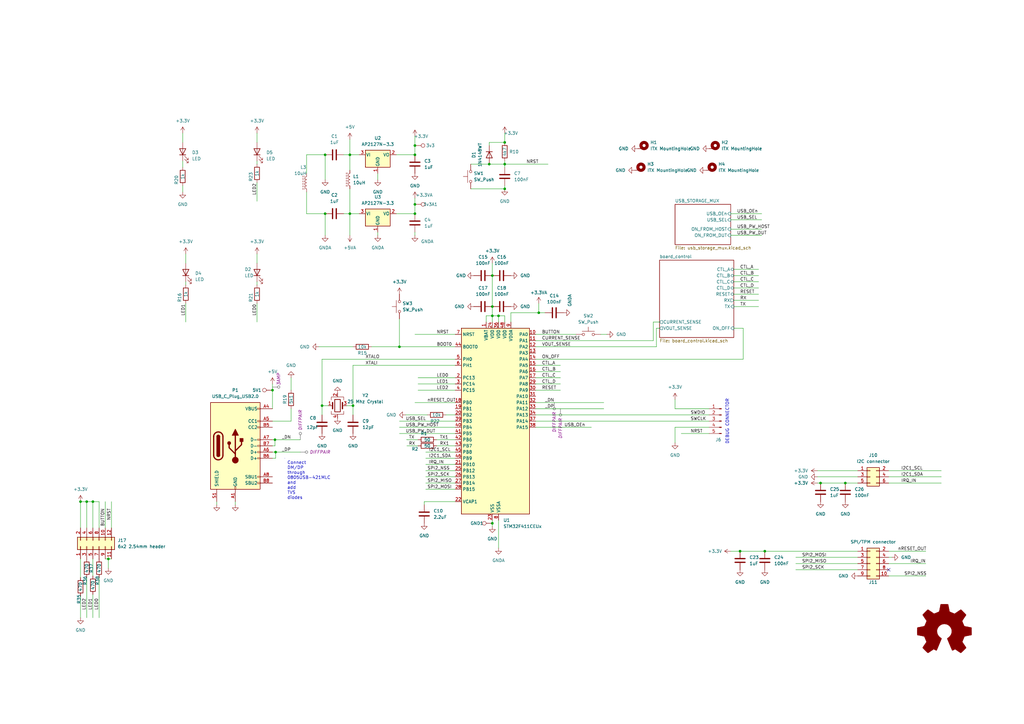
<source format=kicad_sch>
(kicad_sch (version 20230121) (generator eeschema)
  (paper "A3")
  (title_block (title "Jumpstart controller") (date "2023-06-13") (rev "1.0.0") (company "Red Hat Inc.") (comment 1 "Emerging Technologies") (comment 3 "helps perform CI on Embedded Systems") (comment 4 "This is board is part of the JumpStart project"))
  (junction (at 170.18 59.69))
  (junction (at 170.18 63.5))
  (junction (at 201.93 113.03))
  (junction (at 163.83 142.24))
  (junction (at 111.76 160.02))
  (junction (at 207.01 77.47))
  (junction (at 113.03 185.42))
  (junction (at 336.55 198.12))
  (junction (at 170.18 83.82))
  (junction (at 220.98 128.27))
  (junction (at 44.45 229.235))
  (junction (at 207.01 67.31))
  (junction (at 201.93 214.63))
  (junction (at 112.776 180.34))
  (junction (at 207.01 58.42))
  (junction (at 201.93 129.54))
  (junction (at 133.35 87.63))
  (junction (at 35.56 205.74))
  (junction (at 170.18 87.63))
  (junction (at 200.66 67.31))
  (junction (at 201.93 125.73))
  (junction (at 303.53 226.06))
  (junction (at 143.51 87.63))
  (junction (at 346.71 198.12))
  (junction (at 204.47 129.54))
  (junction (at 132.08 166.37))
  (junction (at 313.69 226.06))
  (junction (at 143.51 63.5))
  (junction (at 144.78 166.37))
  (junction (at 33.02 205.74))
  (junction (at 133.35 63.5))
  (junction (at 38.1 205.74))
  (no_connect (at 364.49 233.68))
  (wire (pts (xy 267.97 132.08) (xy 270.51 132.08)))
  (wire (pts (xy 38.1 205.74) (xy 38.1 216.535)))
  (wire (pts (xy 290.83 167.64) (xy 276.86 167.64)))
  (wire (pts (xy 33.02 205.74) (xy 33.02 216.535)))
  (wire (pts (xy 132.08 147.32) (xy 132.08 166.37)))
  (wire (pts (xy 336.55 198.12) (xy 346.71 198.12)))
  (wire (pts (xy 132.08 166.37) (xy 134.62 166.37)))
  (wire (pts (xy 112.776 182.88) (xy 112.776 180.34)))
  (wire (pts (xy 219.71 137.16) (xy 236.22 137.16)))
  (wire (pts (xy 33.02 244.475) (xy 33.02 253.365)))
  (wire (pts (xy 43.18 229.235) (xy 44.45 229.235)))
  (wire (pts (xy 201.93 125.73) (xy 201.93 129.54)))
  (wire (pts (xy 182.88 170.18) (xy 186.69 170.18)))
  (wire (pts (xy 219.71 172.72) (xy 290.83 172.72)))
  (wire (pts (xy 364.49 228.6) (xy 365.76 228.6)))
  (wire (pts (xy 143.51 77.47) (xy 143.51 87.63)))
  (wire (pts (xy 111.76 167.64) (xy 111.76 160.02)))
  (wire (pts (xy 105.41 74.93) (xy 105.41 82.55)))
  (wire (pts (xy 276.86 163.83) (xy 276.86 167.64)))
  (wire (pts (xy 166.37 170.18) (xy 175.26 170.18)))
  (wire (pts (xy 74.93 76.2) (xy 74.93 78.74)))
  (wire (pts (xy 140.97 87.63) (xy 143.51 87.63)))
  (wire (pts (xy 133.35 63.5) (xy 133.35 73.66)))
  (wire (pts (xy 364.49 193.04) (xy 386.08 193.04)))
  (wire (pts (xy 111.76 185.42) (xy 113.03 185.42)))
  (wire (pts (xy 76.2 124.46) (xy 76.2 132.08)))
  (wire (pts (xy 299.72 87.63) (xy 312.42 87.63)))
  (wire (pts (xy 132.08 147.32) (xy 186.69 147.32)))
  (wire (pts (xy 170.18 55.88) (xy 170.18 59.69)))
  (wire (pts (xy 326.39 228.6) (xy 351.79 228.6)))
  (wire (pts (xy 300.99 125.73) (xy 311.15 125.73)))
  (wire (pts (xy 163.83 130.81) (xy 163.83 142.24)))
  (wire (pts (xy 112.776 180.34) (xy 123.19 180.34)))
  (wire (pts (xy 219.71 147.32) (xy 304.8 147.32)))
  (wire (pts (xy 209.55 132.08) (xy 209.55 128.27)))
  (wire (pts (xy 171.45 157.48) (xy 186.69 157.48)))
  (wire (pts (xy 200.66 59.69) (xy 200.66 58.42)))
  (wire (pts (xy 45.72 205.74) (xy 45.72 216.535)))
  (wire (pts (xy 74.93 54.61) (xy 74.93 58.42)))
  (wire (pts (xy 170.18 165.1) (xy 186.69 165.1)))
  (wire (pts (xy 219.71 167.64) (xy 247.65 167.64)))
  (wire (pts (xy 38.1 229.235) (xy 38.1 236.22)))
  (wire (pts (xy 111.76 182.88) (xy 112.776 182.88)))
  (wire (pts (xy 132.08 170.18) (xy 132.08 166.37)))
  (wire (pts (xy 143.51 57.15) (xy 143.51 63.5)))
  (wire (pts (xy 44.45 233.045) (xy 44.45 229.235)))
  (wire (pts (xy 204.47 213.36) (xy 204.47 224.79)))
  (wire (pts (xy 199.39 129.54) (xy 201.93 129.54)))
  (wire (pts (xy 144.78 166.37) (xy 144.78 170.18)))
  (wire (pts (xy 125.73 63.5) (xy 133.35 63.5)))
  (wire (pts (xy 105.41 124.46) (xy 105.41 132.08)))
  (wire (pts (xy 219.71 165.1) (xy 247.65 165.1)))
  (wire (pts (xy 111.76 180.34) (xy 112.776 180.34)))
  (wire (pts (xy 242.57 175.26) (xy 219.71 175.26)))
  (wire (pts (xy 219.71 157.48) (xy 229.87 157.48)))
  (wire (pts (xy 219.71 154.94) (xy 229.87 154.94)))
  (wire (pts (xy 220.98 128.27) (xy 223.52 128.27)))
  (wire (pts (xy 163.83 175.26) (xy 186.69 175.26)))
  (wire (pts (xy 186.69 198.12) (xy 174.625 198.12)))
  (wire (pts (xy 111.76 187.96) (xy 113.03 187.96)))
  (wire (pts (xy 299.72 96.52) (xy 312.42 96.52)))
  (wire (pts (xy 326.39 231.14) (xy 351.79 231.14)))
  (wire (pts (xy 207.01 76.2) (xy 207.01 77.47)))
  (wire (pts (xy 186.69 185.42) (xy 174.625 185.42)))
  (wire (pts (xy 364.49 198.12) (xy 386.08 198.12)))
  (wire (pts (xy 201.93 129.54) (xy 201.93 132.08)))
  (wire (pts (xy 143.51 63.5) (xy 147.32 63.5)))
  (wire (pts (xy 105.41 104.14) (xy 105.41 107.95)))
  (wire (pts (xy 364.49 236.22) (xy 379.73 236.22)))
  (wire (pts (xy 201.93 113.03) (xy 201.93 125.73)))
  (wire (pts (xy 335.28 198.12) (xy 336.55 198.12)))
  (wire (pts (xy 113.03 187.96) (xy 113.03 185.42)))
  (wire (pts (xy 162.56 63.5) (xy 170.18 63.5)))
  (wire (pts (xy 163.83 177.8) (xy 186.69 177.8)))
  (wire (pts (xy 290.83 175.26) (xy 276.86 175.26)))
  (wire (pts (xy 125.73 87.63) (xy 133.35 87.63)))
  (wire (pts (xy 170.18 83.82) (xy 170.18 81.28)))
  (wire (pts (xy 326.39 233.68) (xy 351.79 233.68)))
  (wire (pts (xy 105.41 66.04) (xy 105.41 67.31)))
  (wire (pts (xy 96.52 205.74) (xy 96.52 207.01)))
  (wire (pts (xy 200.66 67.31) (xy 207.01 67.31)))
  (wire (pts (xy 209.55 128.27) (xy 220.98 128.27)))
  (wire (pts (xy 144.78 149.86) (xy 186.69 149.86)))
  (wire (pts (xy 33.02 229.235) (xy 33.02 236.855)))
  (wire (pts (xy 246.38 137.16) (xy 248.92 137.16)))
  (wire (pts (xy 313.69 226.06) (xy 351.79 226.06)))
  (wire (pts (xy 193.04 67.31) (xy 200.66 67.31)))
  (wire (pts (xy 335.28 193.04) (xy 351.79 193.04)))
  (wire (pts (xy 219.71 170.18) (xy 290.83 170.18)))
  (wire (pts (xy 364.49 231.14) (xy 379.73 231.14)))
  (wire (pts (xy 207.01 54.61) (xy 207.01 58.42)))
  (wire (pts (xy 163.83 142.24) (xy 186.69 142.24)))
  (wire (pts (xy 125.73 78.74) (xy 125.73 87.63)))
  (wire (pts (xy 133.35 87.63) (xy 133.35 96.52)))
  (wire (pts (xy 207.01 66.04) (xy 207.01 67.31)))
  (wire (pts (xy 143.51 87.63) (xy 147.32 87.63)))
  (wire (pts (xy 299.72 226.06) (xy 303.53 226.06)))
  (wire (pts (xy 346.71 198.12) (xy 351.79 198.12)))
  (wire (pts (xy 38.1 205.74) (xy 40.64 205.74)))
  (wire (pts (xy 219.71 152.4) (xy 229.87 152.4)))
  (wire (pts (xy 173.99 205.74) (xy 173.99 207.01)))
  (wire (pts (xy 364.49 226.06) (xy 379.73 226.06)))
  (wire (pts (xy 166.878 182.88) (xy 171.45 182.88)))
  (wire (pts (xy 111.76 172.72) (xy 119.38 172.72)))
  (wire (pts (xy 204.47 129.54) (xy 204.47 132.08)))
  (wire (pts (xy 142.24 166.37) (xy 144.78 166.37)))
  (wire (pts (xy 152.4 142.24) (xy 163.83 142.24)))
  (wire (pts (xy 199.39 132.08) (xy 199.39 129.54)))
  (wire (pts (xy 200.66 58.42) (xy 207.01 58.42)))
  (wire (pts (xy 269.24 134.62) (xy 270.51 134.62)))
  (wire (pts (xy 219.71 149.86) (xy 229.87 149.86)))
  (wire (pts (xy 174.625 195.58) (xy 186.69 195.58)))
  (wire (pts (xy 207.01 67.31) (xy 224.79 67.31)))
  (wire (pts (xy 170.18 95.25) (xy 170.18 96.52)))
  (wire (pts (xy 171.45 160.02) (xy 186.69 160.02)))
  (wire (pts (xy 299.72 90.17) (xy 312.42 90.17)))
  (wire (pts (xy 88.9 205.74) (xy 88.9 207.01)))
  (wire (pts (xy 154.94 96.52) (xy 154.94 95.25)))
  (wire (pts (xy 193.04 77.47) (xy 207.01 77.47)))
  (wire (pts (xy 140.97 63.5) (xy 143.51 63.5)))
  (wire (pts (xy 207.01 129.54) (xy 207.01 132.08)))
  (wire (pts (xy 166.878 180.213) (xy 166.878 180.34)))
  (wire (pts (xy 125.73 71.12) (xy 125.73 63.5)))
  (wire (pts (xy 269.24 134.62) (xy 269.24 142.24)))
  (wire (pts (xy 40.64 236.855) (xy 40.64 253.365)))
  (wire (pts (xy 364.49 195.58) (xy 386.08 195.58)))
  (wire (pts (xy 304.8 147.32) (xy 304.8 134.62)))
  (wire (pts (xy 170.18 87.63) (xy 170.18 83.82)))
  (wire (pts (xy 179.07 180.34) (xy 186.69 180.34)))
  (wire (pts (xy 279.4 177.8) (xy 290.83 177.8)))
  (wire (pts (xy 35.56 205.74) (xy 35.56 216.535)))
  (wire (pts (xy 299.72 93.98) (xy 312.42 93.98)))
  (wire (pts (xy 174.625 193.04) (xy 186.69 193.04)))
  (wire (pts (xy 204.47 129.54) (xy 207.01 129.54)))
  (wire (pts (xy 111.76 160.02) (xy 111.76 157.48)))
  (wire (pts (xy 162.56 87.63) (xy 170.18 87.63)))
  (wire (pts (xy 163.83 172.72) (xy 186.69 172.72)))
  (wire (pts (xy 300.99 110.49) (xy 311.15 110.49)))
  (wire (pts (xy 154.94 71.12) (xy 154.94 73.66)))
  (wire (pts (xy 130.81 142.24) (xy 144.78 142.24)))
  (wire (pts (xy 303.53 226.06) (xy 313.69 226.06)))
  (wire (pts (xy 201.93 213.36) (xy 201.93 214.63)))
  (wire (pts (xy 186.69 205.74) (xy 173.99 205.74)))
  (wire (pts (xy 267.97 132.08) (xy 267.97 139.7)))
  (wire (pts (xy 219.71 139.7) (xy 267.97 139.7)))
  (wire (pts (xy 44.45 229.235) (xy 45.72 229.235)))
  (wire (pts (xy 143.51 63.5) (xy 143.51 69.85)))
  (wire (pts (xy 35.56 205.74) (xy 38.1 205.74)))
  (wire (pts (xy 219.71 142.24) (xy 269.24 142.24)))
  (wire (pts (xy 113.03 185.42) (xy 123.19 185.42)))
  (wire (pts (xy 144.78 166.37) (xy 144.78 149.86)))
  (wire (pts (xy 300.99 115.57) (xy 311.15 115.57)))
  (wire (pts (xy 35.56 236.855) (xy 35.56 253.365)))
  (wire (pts (xy 105.41 54.61) (xy 105.41 58.42)))
  (wire (pts (xy 219.71 160.02) (xy 229.87 160.02)))
  (wire (pts (xy 335.28 195.58) (xy 351.79 195.58)))
  (wire (pts (xy 33.02 205.74) (xy 35.56 205.74)))
  (wire (pts (xy 201.93 107.95) (xy 201.93 113.03)))
  (wire (pts (xy 179.07 182.88) (xy 186.69 182.88)))
  (wire (pts (xy 170.18 59.69) (xy 170.18 63.5)))
  (wire (pts (xy 300.99 123.19) (xy 311.15 123.19)))
  (wire (pts (xy 76.2 115.57) (xy 76.2 116.84)))
  (wire (pts (xy 76.2 104.14) (xy 76.2 107.95)))
  (wire (pts (xy 201.93 214.63) (xy 201.93 215.9)))
  (wire (pts (xy 171.45 154.94) (xy 186.69 154.94)))
  (wire (pts (xy 74.93 66.04) (xy 74.93 68.58)))
  (wire (pts (xy 220.98 124.46) (xy 220.98 128.27)))
  (wire (pts (xy 105.41 115.57) (xy 105.41 116.84)))
  (wire (pts (xy 300.99 120.65) (xy 311.15 120.65)))
  (wire (pts (xy 38.1 243.84) (xy 38.1 253.365)))
  (wire (pts (xy 119.38 154.94) (xy 119.38 160.02)))
  (wire (pts (xy 300.99 134.62) (xy 304.8 134.62)))
  (wire (pts (xy 300.99 113.03) (xy 311.15 113.03)))
  (wire (pts (xy 174.625 187.96) (xy 186.69 187.96)))
  (wire (pts (xy 43.18 205.74) (xy 43.18 216.535)))
  (wire (pts (xy 174.625 190.5) (xy 186.69 190.5)))
  (wire (pts (xy 119.38 167.64) (xy 119.38 172.72)))
  (wire (pts (xy 207.01 67.31) (xy 207.01 68.58)))
  (wire (pts (xy 143.51 96.52) (xy 143.51 87.63)))
  (wire (pts (xy 201.93 129.54) (xy 204.47 129.54)))
  (wire (pts (xy 276.86 175.26) (xy 276.86 181.61)))
  (wire (pts (xy 40.64 205.74) (xy 40.64 216.535)))
  (wire (pts (xy 170.18 137.16) (xy 186.69 137.16)))
  (wire (pts (xy 174.625 200.66) (xy 186.69 200.66)))
  (wire (pts (xy 171.45 180.34) (xy 166.878 180.34)))
  (wire (pts (xy 300.99 118.11) (xy 311.15 118.11)))
  (text_box "Connect DM/DP through 0805USB-421MLC\nand add TVS diodes" (at 116.84 187.96 0) (size 0 0) (effects (font (size 1.27 1.27)) (justify left top)))
  (text "DEBUG CONNECTOR\n" (at 299.085 182.245 90) (effects (font (size 1.27 1.27)) (justify left bottom)))
  (label "USB_OEn" (at 302.26 87.63 0))
  (label "SPI2_MISO" (at 175.26 198.12 0))
  (label "SPI2_MOSI" (at 328.93 228.6 0))
  (label "CTL_C" (at 303.53 115.57 0))
  (label "CTL_C" (at 222.25 154.94 0))
  (label "_DP" (at 223.52 167.64 0))
  (label "SWCLK" (at 283.21 172.72 0))
  (label "SPI2_NSS" (at 175.26 193.04 0))
  (label "LED0" (at 179.07 154.94 0))
  (label "CTL_A" (at 303.53 110.49 0))
  (label "TX1" (at 180.34 180.34 0))
  (label "BOOT0" (at 179.07 142.24 0))
  (label "IRQ_IN" (at 175.768 190.5 0))
  (label "nRESET_OUT" (at 175.26 165.1 0))
  (label "LED1" (at 179.07 157.48 0))
  (label "USB_PW_HOST" (at 166.37 175.26 0))
  (label "CTL_A" (at 222.25 149.86 0))
  (label "SPI2_MISO" (at 328.93 231.14 0))
  (label "LED1" (at 38.1 250.19 90))
  (label "VOUT_SENSE" (at 222.25 142.24 0))
  (label "NRST" (at 283.21 177.8 0))
  (label "I2C1_SDA" (at 175.895 187.96 0))
  (label "_DN" (at 223.52 165.1 0))
  (label "IRQ_IN" (at 373.38 231.14 0))
  (label "LED1" (at 76.2 129.54 90))
  (label "CTL_B" (at 222.25 152.4 0))
  (label "USB_SEL" (at 166.37 172.72 0))
  (label "SPI2_SCK" (at 328.93 233.68 0))
  (label "SWDIO" (at 283.21 170.18 0))
  (label "NRST" (at 179.07 137.16 0))
  (label "RESET" (at 303.53 120.65 0))
  (label "_DP" (at 115.57 185.42 0))
  (label "_DN" (at 115.57 180.34 0))
  (label "LED0" (at 40.64 250.19 90))
  (label "BUTTON" (at 43.18 215.9 90))
  (label "LED2" (at 105.41 80.01 90))
  (label "I2C1_SCL" (at 369.57 193.04 0))
  (label "USB_PW_HOST" (at 302.26 93.98 0))
  (label "LED2" (at 35.56 250.19 90))
  (label "RX1" (at 180.34 182.88 0))
  (label "USB_SEL" (at 302.26 90.17 0))
  (label "nRESET_OUT" (at 368.3 226.06 0))
  (label "SPI2_MOSI" (at 175.26 200.66 0))
  (label "CTL_D" (at 303.53 118.11 0))
  (label "RX" (at 167.64 182.88 0))
  (label "I2C1_SCL" (at 175.895 185.42 0))
  (label "CURRENT_SENSE" (at 222.25 139.7 0))
  (label "LED0" (at 105.41 129.54 90))
  (label "NRST" (at 45.72 213.36 90))
  (label "NRST" (at 215.9 67.31 0))
  (label "XTALI" (at 149.86 149.86 0))
  (label "I2C1_SDA" (at 369.57 195.58 0))
  (label "TX" (at 303.53 125.73 0))
  (label "SPI2_SCK" (at 175.26 195.58 0))
  (label "BUTTON" (at 222.25 137.16 0))
  (label "SPI2_NSS" (at 370.84 236.22 0))
  (label "LED2" (at 179.07 160.02 0))
  (label "USB_PW_DUT" (at 302.26 96.52 0))
  (label "TX" (at 167.64 180.34 0))
  (label "XTALO" (at 149.86 147.32 0))
  (label "IRQ_IN" (at 369.57 198.12 0))
  (label "RESET" (at 222.25 160.02 0))
  (label "ON_OFF" (at 222.25 147.32 0))
  (label "RX" (at 303.53 123.19 0))
  (label "CTL_B" (at 303.53 113.03 0))
  (label "USB_PW_DUT" (at 166.37 177.8 0))
  (label "CTL_D" (at 222.25 157.48 0))
  (label "USB_OEn" (at 240.03 175.26 180))
  (netclass_flag "" (length 2.54) (shape round) (at 111.76 158.75 270) (property "Netclass" "3AMP" (at 114.3 158.0515 90) (effects (font italic) (justify left))))
  (netclass_flag "" (length 2.54) (shape round) (at 227.33 165.1 180) (property "Netclass" "DIFFPAIR" (at 227.33 168.91 90) (effects (font italic) (justify right))))
  (netclass_flag "" (length 2.54) (shape round) (at 123.19 180.34 0) (property "Netclass" "DIFFPAIR" (at 123.19 176.53 90) (effects (font italic) (justify left))))
  (netclass_flag "" (length 2.54) (shape round) (at 123.19 185.42 270) (property "Netclass" "DIFFPAIR" (at 127 185.42 0) (effects (font italic) (justify left))))
  (netclass_flag "" (length 2.54) (shape round) (at 229.87 167.64 180) (property "Netclass" "DIFFPAIR" (at 229.87 171.45 90) (effects (font italic) (justify right))))
  (symbol (lib_id "power:+5V") (at 111.76 157.48 0) (unit 1)
    (property "Reference" "#PWR054" (effects hide))
    (property "Value" "+5V" (at 111.76 152.4 0))
  )
  (symbol (lib_id "power:GND") (at 44.45 233.045 0) (unit 1)
    (property "Reference" "#PWR0104" (effects hide))
    (property "Value" "GND" (at 44.45 238.125 0))
  )
  (symbol (lib_id "Device:R") (at 119.38 163.83 180) (unit 1)
    (property "Reference" "R19" (at 116.84 163.83 90))
    (property "Value" "5k1" (at 119.38 163.83 90))
    (property "Footprint" "Resistor_SMD:R_0603_1608Metric" (effects hide))
  )
  (symbol (lib_id "power:+3.3V") (at 335.28 193.04 90) (unit 1)
    (property "Reference" "#PWR095" (effects hide))
    (property "Value" "+3.3V" (at 331.47 193.04 90) (effects (justify left)))
  )
  (symbol (lib_id "Device:LED") (at 105.41 62.23 90) (unit 1)
    (property "Reference" "D5" (at 109.22 62.5475 90) (effects (justify right)))
    (property "Value" "LED" (at 109.22 65.0875 90) (effects (justify right)))
    (property "Footprint" "LED_SMD:LED_0603_1608Metric" (effects hide))
  )
  (symbol (lib_id "power:+3.3V") (at 335.28 198.12 90) (unit 1)
    (property "Reference" "#PWR0106" (effects hide))
    (property "Value" "+3.3V" (at 331.47 198.12 90) (effects (justify left)))
  )
  (symbol (lib_id "Connector_Generic:Conn_02x03_Odd_Even") (at 356.87 195.58 0) (unit 1)
    (property "Reference" "J10" (at 358.14 186.69 0))
    (property "Value" "I2C connector" (at 358.14 189.23 0))
    (property "Footprint" "Connector_PinHeader_2.54mm:PinHeader_2x03_P2.54mm_Vertical" (effects hide))
    (property "Datasheet" "https://file.elecfans.com/web1/M00/81/AC/o4YBAFw2vnKAaVFEACnRtF3lcuA967.pdf?filename=A2541_SERIES_CJT.pdf" (effects hide))
    (property "MPN" "A2541WV-2X3P" (effects hide))
    (property "MFN" "A2541WV-2X3P" (effects hide))
  )
  (symbol (lib_id "Device:R") (at 175.26 180.34 90) (unit 1)
    (property "Reference" "R1" (at 173.863 177.8 90))
    (property "Value" "50" (at 175.26 182.88 90))
    (property "Footprint" "Resistor_SMD:R_0603_1608Metric" (effects hide))
  )
  (symbol (lib_id "Device:C") (at 336.55 201.93 180) (unit 1)
    (property "Reference" "C25" (at 340.36 200.66 0) (effects (justify right)))
    (property "Value" "1uF" (at 340.36 203.2 0) (effects (justify right)))
    (property "Footprint" "Capacitor_SMD:C_0603_1608Metric" (effects hide))
    (property "MFN" "CL10B105KA8NNNC" (effects hide))
    (property "MPN" "CL10B105KA8NNNC" (effects hide))
  )
  (symbol (lib_id "Device:R") (at 148.59 142.24 270) (unit 1)
    (property "Reference" "R15" (at 148.59 144.78 90))
    (property "Value" "10k" (at 148.59 142.24 90))
    (property "Footprint" "Resistor_SMD:R_0603_1608Metric" (effects hide))
  )
  (symbol (lib_id "power:GND") (at 290.83 60.96 270) (unit 1)
    (property "Reference" "#PWR096" (effects hide))
    (property "Value" "GND" (at 287.02 60.96 90) (effects (justify right)))
  )
  (symbol (lib_id "Device:C") (at 207.01 72.39 180) (unit 1)
    (property "Reference" "C7" (at 210.82 71.12 0) (effects (justify right)))
    (property "Value" "100nF" (at 210.82 73.66 0) (effects (justify right)))
    (property "Footprint" "Capacitor_SMD:C_0603_1608Metric" (effects hide))
  )
  (symbol (lib_id "power:+3.3VA") (at 220.98 124.46 0) (unit 1)
    (property "Reference" "#PWR09" (effects hide))
    (property "Value" "+3.3VA" (at 220.98 120.015 0))
  )
  (symbol (lib_id "power:GNDA") (at 231.14 128.27 90) (unit 1)
    (property "Reference" "#PWR047" (effects hide))
    (property "Value" "GNDA" (at 233.68 123.19 0))
  )
  (symbol (lib_id "power:GND") (at 289.56 69.85 270) (unit 1)
    (property "Reference" "#PWR097" (effects hide))
    (property "Value" "GND" (at 285.75 69.85 90) (effects (justify right)))
  )
  (symbol (lib_id "power:GND") (at 144.78 177.8 0) (unit 1)
    (property "Reference" "#PWR033" (effects hide))
    (property "Value" "GND" (at 144.78 182.88 0))
  )
  (symbol (lib_id "power:+3.3V") (at 201.93 107.95 0) (unit 1)
    (property "Reference" "#PWR08" (effects hide))
    (property "Value" "+3.3V" (at 201.93 102.87 0))
  )
  (symbol (lib_id "Regulator_Linear:AP2127N-3.3") (at 154.94 87.63 0) (unit 1)
    (property "Reference" "U3" (at 154.94 80.772 0))
    (property "Value" "AP2127N-3.3" (at 154.94 83.312 0))
    (property "Footprint" "Package_TO_SOT_SMD:SOT-23" (effects hide))
    (property "Datasheet" "https://www.diodes.com/assets/Datasheets/AP2127.pdf" (effects hide))
  )
  (symbol (lib_id "Switch:SW_Push") (at 241.3 137.16 0) (unit 1)
    (property "Reference" "SW2" (at 241.3 129.54 0))
    (property "Value" "SW_Push" (at 241.3 132.08 0))
    (property "Footprint" "Button_Switch_SMD:SW_SPST_B3S-1000" (effects hide))
  )
  (symbol (lib_id "MCU_ST_STM32F4:STM32F411CEUx") (at 201.93 172.72 0) (unit 1)
    (property "Reference" "U1" (at 206.4259 213.36 0) (effects (justify left)))
    (property "Value" "STM32F411CEUx" (at 206.4259 215.9 0) (effects (justify left)))
    (property "Footprint" "Package_DFN_QFN:QFN-48-1EP_7x7mm_P0.5mm_EP5.6x5.6mm" (effects hide))
    (property "Datasheet" "https://www.st.com/resource/en/datasheet/stm32f411ce.pdf" (effects hide))
  )
  (symbol (lib_id "Device:C") (at 205.74 113.03 90) (unit 1)
    (property "Reference" "C16" (at 205.74 105.41 90))
    (property "Value" "100nF" (at 205.74 107.95 90))
    (property "Footprint" "Capacitor_SMD:C_0603_1608Metric" (effects hide))
  )
  (symbol (lib_id "Device:R") (at 105.41 120.65 180) (unit 1)
    (property "Reference" "R21" (at 102.87 122.047 90))
    (property "Value" "1k" (at 105.41 120.65 90))
    (property "Footprint" "Resistor_SMD:R_0603_1608Metric" (effects hide))
  )
  (symbol (lib_id "power:+3.3VA") (at 170.18 81.28 0) (unit 1)
    (property "Reference" "#PWR012" (effects hide))
    (property "Value" "+3.3VA" (at 173.99 80.01 0))
  )
  (symbol (lib_id "power:GND") (at 173.99 214.63 0) (unit 1)
    (property "Reference" "#PWR034" (effects hide))
    (property "Value" "GND" (at 173.99 219.71 0))
  )
  (symbol (lib_id "power:GND") (at 365.76 228.6 90) (unit 1)
    (property "Reference" "#PWR0110" (effects hide))
    (property "Value" "GND" (at 369.57 228.6 90) (effects (justify right)))
  )
  (symbol (lib_name "MountingHole_5") (lib_id "Mechanical:MountingHole") (at 293.37 59.69 0) (unit 1)
    (property "Reference" "H2" (at 295.91 58.42 0) (effects (justify left)))
    (property "Value" "ITX MountingHole" (at 295.91 60.96 0) (effects (justify left)))
    (property "Footprint" "MountingHole:MountingHole_4.3mm_M4_Pad_Via" (effects hide))
  )
  (symbol (lib_id "power:GND") (at 170.18 71.12 0) (unit 1)
    (property "Reference" "#PWR014" (effects hide))
    (property "Value" "GND" (at 170.18 76.2 0))
  )
  (symbol (lib_id "power:+3.3V") (at 76.2 104.14 0) (unit 1)
    (property "Reference" "#PWR051" (effects hide))
    (property "Value" "+3.3V" (at 76.2 99.06 0))
  )
  (symbol (lib_id "power:GND") (at 133.35 73.66 0) (unit 1)
    (property "Reference" "#PWR015" (effects hide))
    (property "Value" "GND" (at 133.35 78.74 0))
  )
  (symbol (lib_id "Device:R") (at 74.93 72.39 180) (unit 1)
    (property "Reference" "R20" (at 72.39 73.787 90))
    (property "Value" "1k" (at 74.93 72.39 90))
    (property "Footprint" "Resistor_SMD:R_0603_1608Metric" (effects hide))
  )
  (symbol (lib_id "power:GND") (at 276.86 181.61 0) (unit 1)
    (property "Reference" "#PWR043" (effects hide))
    (property "Value" "GND" (at 276.86 186.69 0))
  )
  (symbol (lib_id "Device:R") (at 35.56 233.045 180) (unit 1)
    (property "Reference" "R36" (at 34.925 238.125 90))
    (property "Value" "470" (at 35.56 233.045 90))
    (property "Footprint" "Resistor_SMD:R_0402_1005Metric" (effects hide))
    (property "MFN" "RTT02471JTH" (effects hide))
    (property "MPN" "RTT02471JTH" (effects hide))
  )
  (symbol (lib_id "power:GND") (at 194.31 125.73 270) (unit 1)
    (property "Reference" "#PWR058" (effects hide))
    (property "Value" "GND" (at 190.5 125.73 90) (effects (justify right)))
  )
  (symbol (lib_id "power:GND") (at 166.37 170.18 270) (unit 1)
    (property "Reference" "#PWR048" (effects hide))
    (property "Value" "GND" (at 162.56 170.18 90) (effects (justify right)))
  )
  (symbol (lib_id "Device:L_Ferrite") (at 143.51 73.66 180) (unit 1)
    (property "Reference" "L1" (at 144.78 72.39 0) (effects (justify right)))
    (property "Value" "10uH" (at 144.78 74.93 0) (effects (justify right)))
    (property "Footprint" "Inductor_SMD:L_0805_2012Metric" (effects hide))
  )
  (symbol (lib_id "Connector_Generic:Conn_02x05_Odd_Even") (at 356.87 231.14 0) (unit 1)
    (property "Reference" "J11" (at 358.14 238.76 0))
    (property "Value" "SPI/TPM connector" (at 358.14 222.25 0))
    (property "Footprint" "Connector_PinHeader_2.54mm:PinHeader_2x05_P2.54mm_Vertical" (effects hide))
    (property "MPN" "A2541WV-2X5P" (effects hide))
    (property "MFN" "A2541WV-2X5P" (effects hide))
  )
  (symbol (lib_id "Device:C") (at 173.99 210.82 180) (unit 1)
    (property "Reference" "C10" (at 177.8 209.55 0) (effects (justify right)))
    (property "Value" "2.2uF" (at 177.8 212.09 0) (effects (justify right)))
    (property "Footprint" "Capacitor_SMD:C_0603_1608Metric_Pad1.08x0.95mm_HandSolder" (effects hide))
  )
  (symbol (lib_id "Mechanical:MountingHole") (at 292.1 68.58 0) (unit 1)
    (property "Reference" "H4" (at 294.64 67.31 0) (effects (justify left)))
    (property "Value" "ITX MountingHole" (at 294.64 69.85 0) (effects (justify left)))
    (property "Footprint" "MountingHole:MountingHole_4.3mm_M4_Pad_Via" (effects hide))
  )
  (symbol (lib_id "power:+3.3V") (at 299.72 226.06 90) (unit 1)
    (property "Reference" "#PWR050" (effects hide))
    (property "Value" "+3.3V" (at 296.164 226.06 90) (effects (justify left)))
  )
  (symbol (lib_id "power:GND") (at 346.71 205.74 0) (unit 1)
    (property "Reference" "#PWR0108" (effects hide))
    (property "Value" "GND" (at 346.71 210.82 0))
  )
  (symbol (lib_id "Graphic:Logo_Open_Hardware_Large") (at 387.35 259.08 0) (unit 1) (in_bom no) (on_board no)
    (property "Reference" "#SYM1" (effects hide))
    (property "Value" "Logo_Open_Hardware_Large" (effects hide))
    (property "Footprint" "Symbol:OSHW-Logo2_9.8x8mm_SilkScreen" (effects hide))
    (property "Sim.Enable" "0" (effects hide))
  )
  (symbol (lib_id "power:+3.3V") (at 33.02 205.74 0) (unit 1)
    (property "Reference" "#PWR041" (effects hide))
    (property "Value" "+3.3V" (at 33.02 200.66 0))
  )
  (symbol (lib_id "Device:R") (at 105.41 71.12 180) (unit 1)
    (property "Reference" "R23" (at 102.87 72.517 90))
    (property "Value" "1k" (at 105.41 71.12 90))
    (property "Footprint" "Resistor_SMD:R_0603_1608Metric" (effects hide))
  )
  (symbol (lib_id "Switch:SW_Push") (at 163.83 125.73 90) (unit 1)
    (property "Reference" "SW3" (at 165.1 124.46 90) (effects (justify right)))
    (property "Value" "SW_Push" (at 165.1 127 90) (effects (justify right)))
    (property "Footprint" "Button_Switch_SMD:SW_SPST_B3S-1000" (effects hide))
  )
  (symbol (lib_id "Device:R") (at 175.26 182.88 90) (unit 1)
    (property "Reference" "R2" (at 170.18 184.15 90))
    (property "Value" "50" (at 175.26 180.34 90))
    (property "Footprint" "Resistor_SMD:R_0603_1608Metric" (effects hide))
  )
  (symbol (lib_id "power:GND") (at 132.08 177.8 0) (unit 1)
    (property "Reference" "#PWR032" (effects hide))
    (property "Value" "GND" (at 132.08 182.88 0))
  )
  (symbol (lib_id "power:GND") (at 88.9 207.01 0) (unit 1)
    (property "Reference" "#PWR038" (effects hide))
    (property "Value" "GND" (effects hide))
  )
  (symbol (lib_id "power:GND") (at 119.38 154.94 180) (unit 1)
    (property "Reference" "#PWR039" (effects hide))
    (property "Value" "GND" (at 119.38 149.86 0))
  )
  (symbol (lib_id "power:GND") (at 138.43 161.29 180) (unit 1)
    (property "Reference" "#PWR063" (effects hide))
    (property "Value" "GND" (at 138.43 156.21 0))
  )
  (symbol (lib_id "Connector:USB_C_Receptacle_USB2.0") (at 96.52 182.88 0) (unit 1)
    (property "Reference" "P1" (at 96.52 160.02 0))
    (property "Value" "USB_C_Plug_USB2.0" (at 96.52 162.56 0))
    (property "Footprint" "Connector_USB:USB_C_Receptacle_G-Switch_GT-USB-7010ASV" (effects hide))
    (property "Datasheet" "https://www.usb.org/sites/default/files/documents/usb_type-c.zip" (effects hide))
  )
  (symbol (lib_id "power:GND") (at 96.52 207.01 0) (unit 1)
    (property "Reference" "#PWR05" (effects hide))
    (property "Value" "GND" (effects hide))
  )
  (symbol (lib_id "power:GNDA") (at 204.47 224.79 0) (unit 1)
    (property "Reference" "#PWR07" (effects hide))
    (property "Value" "GNDA" (at 204.47 229.87 0))
  )
  (symbol (lib_id "Connector_Generic:Conn_02x06_Odd_Even") (at 38.1 224.155 90) (unit 1)
    (property "Reference" "J17" (at 48.26 221.615 90) (effects (justify right)))
    (property "Value" "6x2 2.54mm header" (at 48.26 224.155 90) (effects (justify right)))
    (property "Footprint" "Connector_PinHeader_2.54mm:PinHeader_2x06_P2.54mm_Vertical" (effects hide))
    (property "MFN" "A2541WV-2X3P" (effects hide))
    (property "MPN" "A2541WV-2X3P" (effects hide))
  )
  (symbol (lib_id "Device:Crystal_GND24") (at 138.43 166.37 0) (unit 1)
    (property "Reference" "Y2" (at 149.86 162.1791 0))
    (property "Value" "25 Mhz Crystal" (at 149.86 164.7191 0))
    (property "Footprint" "Oscillator:Oscillator_SMD_EuroQuartz_XO32-4Pin_3.2x2.5mm" (effects hide))
  )
  (symbol (lib_id "Device:R") (at 33.02 240.665 180) (unit 1)
    (property "Reference" "R35" (at 32.385 245.745 90))
    (property "Value" "470" (at 33.02 240.665 90))
    (property "Footprint" "Resistor_SMD:R_0402_1005Metric" (effects hide))
    (property "MFN" "RTT02471JTH" (effects hide))
    (property "MPN" "RTT02471JTH" (effects hide))
  )
  (symbol (lib_id "power:GNDA") (at 154.94 96.52 0) (unit 1)
    (property "Reference" "#PWR011" (effects hide))
    (property "Value" "GNDA" (at 154.94 101.6 0))
  )
  (symbol (lib_id "Device:C") (at 137.16 63.5 90) (unit 1)
    (property "Reference" "C1" (at 137.16 55.88 90))
    (property "Value" "1uF" (at 137.16 58.42 90))
    (property "Footprint" "Capacitor_SMD:C_0603_1608Metric_Pad1.08x0.95mm_HandSolder" (effects hide))
  )
  (symbol (lib_id "Connector:TestPoint") (at 170.18 59.69 270) (unit 1)
    (property "Reference" "3v3" (at 176.53 59.69 90))
    (property "Value" "TestPoint" (effects hide))
    (property "Footprint" "TestPoint:TestPoint_Pad_D1.0mm" (effects hide))
  )
  (symbol (lib_id "power:GND") (at 351.79 236.22 270) (unit 1)
    (property "Reference" "#PWR0109" (effects hide))
    (property "Value" "GND" (at 347.98 236.22 90) (effects (justify right)))
  )
  (symbol (lib_id "power:GND") (at 260.35 69.85 270) (unit 1)
    (property "Reference" "#PWR094" (effects hide))
    (property "Value" "GND" (at 256.54 69.85 90) (effects (justify right)))
  )
  (symbol (lib_id "power:GND") (at 261.62 60.96 270) (unit 1)
    (property "Reference" "#PWR093" (effects hide))
    (property "Value" "GND" (at 257.81 60.96 90) (effects (justify right)))
  )
  (symbol (lib_id "power:GND") (at 248.92 137.16 90) (unit 1)
    (property "Reference" "#PWR029" (effects hide))
    (property "Value" "GND" (at 252.73 137.16 90) (effects (justify right)))
  )
  (symbol (lib_id "power:GND") (at 207.01 77.47 0) (unit 1)
    (property "Reference" "#PWR028" (effects hide))
    (property "Value" "GND" (at 207.01 82.55 0))
  )
  (symbol (lib_id "power:GND") (at 209.55 113.03 90) (unit 1)
    (property "Reference" "#PWR055" (effects hide))
    (property "Value" "GND" (at 213.36 113.03 90) (effects (justify right)))
  )
  (symbol (lib_id "power:+3.3V") (at 276.86 163.83 0) (unit 1)
    (property "Reference" "#PWR049" (effects hide))
    (property "Value" "+3.3V" (at 276.86 158.75 0))
  )
  (symbol (lib_id "Device:L_Ferrite") (at 125.73 74.93 180) (unit 1)
    (property "Reference" "L3" (at 123.19 68.58 0) (effects (justify right)))
    (property "Value" "10uH" (at 120.65 71.12 0) (effects (justify right)))
    (property "Footprint" "Inductor_SMD:L_0805_2012Metric" (effects hide))
  )
  (symbol (lib_id "Device:C") (at 137.16 87.63 90) (unit 1)
    (property "Reference" "C2" (at 137.16 80.01 90))
    (property "Value" "1uF" (at 137.16 82.55 90))
    (property "Footprint" "Capacitor_SMD:C_0603_1608Metric_Pad1.08x0.95mm_HandSolder" (effects hide))
  )
  (symbol (lib_id "power:GND") (at 130.81 142.24 270) (unit 1)
    (property "Reference" "#PWR030" (effects hide))
    (property "Value" "GND" (at 127 142.24 90) (effects (justify right)))
  )
  (symbol (lib_id "Device:C") (at 198.12 125.73 90) (unit 1)
    (property "Reference" "C17" (at 198.12 118.11 90))
    (property "Value" "100nF" (at 198.12 120.65 90))
    (property "Footprint" "Capacitor_SMD:C_0603_1608Metric_Pad1.08x0.95mm_HandSolder" (effects hide))
  )
  (symbol (lib_id "Connector:TestPoint") (at 201.93 214.63 90) (unit 1)
    (property "Reference" "GND1" (at 195.58 214.63 90))
    (property "Value" "TestPoint" (effects hide))
    (property "Footprint" "TestPoint:TestPoint_Pad_D1.0mm" (effects hide))
  )
  (symbol (lib_id "power:GND") (at 138.43 171.45 0) (unit 1)
    (property "Reference" "#PWR061" (effects hide))
    (property "Value" "GND" (at 138.43 176.53 0))
  )
  (symbol (lib_id "Device:LED") (at 105.41 111.76 90) (unit 1)
    (property "Reference" "D2" (at 100.33 110.49 90) (effects (justify right)))
    (property "Value" "LED" (at 100.33 113.03 90) (effects (justify right)))
    (property "Footprint" "LED_SMD:LED_0603_1608Metric" (effects hide))
  )
  (symbol (lib_id "power:+3.3V") (at 105.41 54.61 0) (unit 1)
    (property "Reference" "#PWR052" (effects hide))
    (property "Value" "+3.3V" (at 105.41 49.53 0))
  )
  (symbol (lib_id "Device:R") (at 179.07 170.18 270) (unit 1)
    (property "Reference" "R22" (at 178.435 172.72 90))
    (property "Value" "10k" (at 179.07 170.18 90))
    (property "Footprint" "Resistor_SMD:R_0603_1608Metric" (effects hide))
  )
  (symbol (lib_id "power:GND") (at 336.55 205.74 0) (unit 1)
    (property "Reference" "#PWR0107" (effects hide))
    (property "Value" "GND" (at 336.55 210.82 0))
  )
  (symbol (lib_id "Device:C") (at 303.53 229.87 180) (unit 1)
    (property "Reference" "C23" (at 307.34 228.6 0) (effects (justify right)))
    (property "Value" "1uF" (at 307.34 231.14 0) (effects (justify right)))
    (property "Footprint" "Capacitor_SMD:C_0603_1608Metric" (effects hide))
    (property "MFN" "CL10B105KA8NNNC" (effects hide))
    (property "MPN" "CL10B105KA8NNNC" (effects hide))
  )
  (symbol (lib_id "Device:C") (at 313.69 229.87 0) (unit 1)
    (property "Reference" "C24" (at 317.5 228.6 0) (effects (justify left)))
    (property "Value" "100nF" (at 317.5 231.14 0) (effects (justify left)))
    (property "Footprint" "Capacitor_SMD:C_0402_1005Metric" (effects hide))
    (property "MPN" "CL05B104K05NNNC" (effects hide))
    (property "MPN2" "TCC0402X7R104M160AT" (effects hide))
    (property "MFN" "CL10B104KB8NNNC" (effects hide))
  )
  (symbol (lib_id "power:GNDA") (at 133.35 96.52 0) (unit 1)
    (property "Reference" "#PWR016" (effects hide))
    (property "Value" "GNDA" (at 133.35 101.6 0))
  )
  (symbol (lib_id "Device:R") (at 76.2 120.65 180) (unit 1)
    (property "Reference" "R16" (at 73.66 122.047 90))
    (property "Value" "1k" (at 76.2 120.65 90))
    (property "Footprint" "Resistor_SMD:R_0603_1608Metric" (effects hide))
  )
  (symbol (lib_id "Device:R") (at 40.64 233.045 180) (unit 1)
    (property "Reference" "R38" (at 40.005 238.125 90))
    (property "Value" "470" (at 40.64 233.045 90))
    (property "Footprint" "Resistor_SMD:R_0402_1005Metric" (effects hide))
    (property "MFN" "RTT02471JTH" (effects hide))
    (property "MPN" "RTT02471JTH" (effects hide))
  )
  (symbol (lib_id "Device:C") (at 170.18 67.31 0) (unit 1)
    (property "Reference" "C3" (at 173.99 66.04 0) (effects (justify left)))
    (property "Value" "1uF" (at 173.99 68.58 0) (effects (justify left)))
    (property "Footprint" "Capacitor_SMD:C_0603_1608Metric_Pad1.08x0.95mm_HandSolder" (effects hide))
  )
  (symbol (lib_id "Device:C") (at 170.18 91.44 180) (unit 1)
    (property "Reference" "C4" (at 173.99 90.17 0) (effects (justify right)))
    (property "Value" "1uF" (at 173.99 92.71 0) (effects (justify right)))
    (property "Footprint" "Capacitor_SMD:C_0603_1608Metric_Pad1.08x0.95mm_HandSolder" (effects hide))
  )
  (symbol (lib_id "Device:R") (at 38.1 240.03 180) (unit 1)
    (property "Reference" "R37" (at 37.465 233.045 90))
    (property "Value" "470" (at 38.1 240.03 90))
    (property "Footprint" "Resistor_SMD:R_0402_1005Metric" (effects hide))
    (property "MFN" "RTT02471JTH" (effects hide))
    (property "MPN" "RTT02471JTH" (effects hide))
  )
  (symbol (lib_id "Switch:SW_Push") (at 193.04 72.39 90) (unit 1)
    (property "Reference" "SW1" (at 194.31 71.12 90) (effects (justify right)))
    (property "Value" "SW_Push" (at 194.31 73.66 90) (effects (justify right)))
    (property "Footprint" "Button_Switch_THT:SW_Tactile_SPST_Angled_PTS645Vx58-2LFS" (effects hide))
  )
  (symbol (lib_id "power:+5V") (at 143.51 57.15 0) (unit 1)
    (property "Reference" "#PWR053" (effects hide))
    (property "Value" "+5V" (at 143.51 52.07 0))
  )
  (symbol (lib_id "power:GND") (at 33.02 253.365 0) (unit 1)
    (property "Reference" "#PWR0103" (effects hide))
    (property "Value" "GND" (at 33.02 258.445 0))
  )
  (symbol (lib_id "Device:LED") (at 74.93 62.23 90) (unit 1)
    (property "Reference" "D3" (at 78.74 62.5475 90) (effects (justify right)))
    (property "Value" "LED" (at 78.74 65.0875 90) (effects (justify right)))
    (property "Footprint" "LED_SMD:LED_0603_1608Metric" (effects hide))
  )
  (symbol (lib_id "power:+3.3V") (at 105.41 104.14 0) (unit 1)
    (property "Reference" "#PWR035" (effects hide))
    (property "Value" "+3.3V" (at 105.41 99.06 0))
  )
  (symbol (lib_id "Regulator_Linear:AP2127N-3.3") (at 154.94 63.5 0) (unit 1)
    (property "Reference" "U2" (at 154.94 56.642 0))
    (property "Value" "AP2127N-3.3" (at 154.94 59.182 0))
    (property "Footprint" "Package_TO_SOT_SMD:SOT-23" (effects hide))
    (property "Datasheet" "https://www.diodes.com/assets/Datasheets/AP2127.pdf" (effects hide))
  )
  (symbol (lib_id "Connector:Conn_01x05_Pin") (at 295.91 172.72 0) (mirror y) (unit 1)
    (property "Reference" "J6" (at 294.64 180.34 0))
    (property "Value" "Conn_01x05_Pin" (effects hide))
    (property "Footprint" "Connector_PinHeader_2.54mm:PinHeader_1x05_P2.54mm_Vertical" (effects hide))
  )
  (symbol (lib_id "Diode:1N4148WT") (at 200.66 63.5 270) (unit 1)
    (property "Reference" "D1" (at 194.31 63.5 0))
    (property "Value" "1N4148WT" (at 196.85 63.5 0))
    (property "Footprint" "Diode_SMD:D_SOD-523" (effects hide))
    (property "Datasheet" "https://www.diodes.com/assets/Datasheets/ds30396.pdf" (effects hide))
    (property "Sim.Device" "D" (effects hide))
    (property "Sim.Pins" "1=K 2=A" (effects hide))
  )
  (symbol (lib_id "power:GND") (at 335.28 195.58 270) (unit 1)
    (property "Reference" "#PWR0105" (effects hide))
    (property "Value" "GND" (at 331.47 195.58 90) (effects (justify right)))
  )
  (symbol (lib_id "power:GND") (at 209.55 125.73 90) (unit 1)
    (property "Reference" "#PWR056" (effects hide))
    (property "Value" "GND" (at 213.36 125.73 90) (effects (justify right)))
  )
  (symbol (lib_id "Device:C") (at 227.33 128.27 90) (unit 1)
    (property "Reference" "C14" (at 227.33 121.285 90))
    (property "Value" "100nF" (at 227.33 123.825 90))
    (property "Footprint" "Capacitor_SMD:C_0603_1608Metric_Pad1.08x0.95mm_HandSolder" (effects hide))
  )
  (symbol (lib_id "Device:LED") (at 76.2 111.76 90) (unit 1)
    (property "Reference" "D4" (at 80.01 112.0775 90) (effects (justify right)))
    (property "Value" "LED" (at 80.01 114.6175 90) (effects (justify right)))
    (property "Footprint" "LED_SMD:LED_0603_1608Metric" (effects hide))
  )
  (symbol (lib_id "Device:C") (at 132.08 173.99 180) (unit 1)
    (property "Reference" "C8" (at 127 171.45 0) (effects (justify right)))
    (property "Value" "12pF" (at 125.73 175.26 0) (effects (justify right)))
    (property "Footprint" "Capacitor_SMD:C_0603_1608Metric_Pad1.08x0.95mm_HandSolder" (effects hide))
  )
  (symbol (lib_id "Device:C") (at 198.12 113.03 270) (unit 1)
    (property "Reference" "C15" (at 198.12 105.41 90))
    (property "Value" "100nF" (at 198.12 107.95 90))
    (property "Footprint" "Capacitor_SMD:C_0603_1608Metric_Pad1.08x0.95mm_HandSolder" (effects hide))
  )
  (symbol (lib_id "power:+3.3V") (at 74.93 54.61 0) (unit 1)
    (property "Reference" "#PWR036" (effects hide))
    (property "Value" "+3.3V" (at 74.93 49.53 0))
  )
  (symbol (lib_id "power:+3.3V") (at 163.83 120.65 0) (unit 1)
    (property "Reference" "#PWR031" (effects hide))
    (property "Value" "+3.3V" (at 163.83 115.57 0))
  )
  (symbol (lib_id "power:+5VA") (at 143.51 96.52 180) (unit 1)
    (property "Reference" "#PWR060" (effects hide))
    (property "Value" "+5VA" (at 143.51 101.6 0))
  )
  (symbol (lib_id "Device:C") (at 144.78 173.99 180) (unit 1)
    (property "Reference" "C9" (at 148.59 172.72 0) (effects (justify right)))
    (property "Value" "12pF" (at 148.59 175.26 0) (effects (justify right)))
    (property "Footprint" "Capacitor_SMD:C_0603_1608Metric_Pad1.08x0.95mm_HandSolder" (effects hide))
  )
  (symbol (lib_id "power:GND") (at 74.93 78.74 0) (unit 1)
    (property "Reference" "#PWR046" (effects hide))
    (property "Value" "GND" (at 74.93 83.82 0))
  )
  (symbol (lib_id "power:GND") (at 194.31 113.03 270) (unit 1)
    (property "Reference" "#PWR057" (effects hide))
    (property "Value" "GND" (at 191.135 113.03 90) (effects (justify right)))
  )
  (symbol (lib_id "power:+3.3V") (at 170.18 55.88 0) (unit 1)
    (property "Reference" "#PWR013" (effects hide))
    (property "Value" "+3.3V" (at 172.72 55.88 0))
  )
  (symbol (lib_id "power:GND") (at 313.69 233.68 0) (unit 1)
    (property "Reference" "#PWR092" (effects hide))
    (property "Value" "GND" (at 313.69 238.76 0))
  )
  (symbol (lib_id "Connector:TestPoint") (at 111.76 160.02 90) (unit 1)
    (property "Reference" "5V1" (at 105.41 160.02 90))
    (property "Value" "TestPoint" (effects hide))
    (property "Footprint" "TestPoint:TestPoint_Pad_D1.0mm" (effects hide))
  )
  (symbol (lib_id "power:+3.3V") (at 207.01 54.61 0) (unit 1)
    (property "Reference" "#PWR027" (effects hide))
    (property "Value" "+3.3V" (at 209.55 54.61 0))
  )
  (symbol (lib_id "Device:C") (at 346.71 201.93 0) (unit 1)
    (property "Reference" "C26" (at 350.52 200.66 0) (effects (justify left)))
    (property "Value" "100nF" (at 350.52 203.2 0) (effects (justify left)))
    (property "Footprint" "Capacitor_SMD:C_0402_1005Metric" (effects hide))
    (property "MPN" "CL05B104K05NNNC" (effects hide))
    (property "MPN2" "TCC0402X7R104M160AT" (effects hide))
    (property "MFN" "CL10B104KB8NNNC" (effects hide))
  )
  (symbol (lib_id "power:GND") (at 303.53 233.68 0) (unit 1)
    (property "Reference" "#PWR083" (effects hide))
    (property "Value" "GND" (at 303.53 238.76 0))
  )
  (symbol (lib_name "MountingHole_2") (lib_id "Mechanical:MountingHole") (at 264.16 59.69 0) (unit 1)
    (property "Reference" "H1" (at 266.7 58.42 0) (effects (justify left)))
    (property "Value" "ITX MountingHole" (at 266.7 60.96 0) (effects (justify left)))
    (property "Footprint" "MountingHole:MountingHole_4.3mm_M4_Pad_Via" (effects hide))
  )
  (symbol (lib_id "power:GNDA") (at 170.18 96.52 0) (unit 1)
    (property "Reference" "#PWR017" (effects hide))
    (property "Value" "GNDA" (at 175.26 99.06 0))
  )
  (symbol (lib_id "Device:C") (at 205.74 125.73 90) (unit 1)
    (property "Reference" "C18" (at 205.74 118.11 90))
    (property "Value" "100nF" (at 205.74 120.65 90))
    (property "Footprint" "Capacitor_SMD:C_0603_1608Metric_Pad1.08x0.95mm_HandSolder" (effects hide))
  )
  (symbol (lib_id "Connector:TestPoint") (at 170.18 83.82 270) (unit 1)
    (property "Reference" "3v3A1" (at 176.53 83.82 90))
    (property "Value" "TestPoint" (effects hide))
    (property "Footprint" "TestPoint:TestPoint_Pad_D1.0mm" (effects hide))
  )
  (symbol (lib_id "power:GND") (at 154.94 73.66 0) (unit 1)
    (property "Reference" "#PWR010" (effects hide))
    (property "Value" "GND" (at 154.94 78.74 0))
  )
  (symbol (lib_id "power:GND") (at 201.93 215.9 0) (unit 1)
    (property "Reference" "#PWR06" (effects hide))
    (property "Value" "GND" (at 201.93 220.98 0))
  )
  (symbol (lib_name "MountingHole_1") (lib_id "Mechanical:MountingHole") (at 262.89 68.58 0) (unit 1)
    (property "Reference" "H3" (at 265.43 67.31 0) (effects (justify left)))
    (property "Value" "ITX MountingHole" (at 265.43 69.85 0) (effects (justify left)))
    (property "Footprint" "MountingHole:MountingHole_4.3mm_M4_Pad_Via" (effects hide))
  )
  (symbol (lib_id "Device:R") (at 207.01 62.23 180) (unit 1)
    (property "Reference" "R10" (at 210.82 62.23 0))
    (property "Value" "4k7" (at 207.01 62.23 90))
    (property "Footprint" "Resistor_SMD:R_0603_1608Metric" (effects hide))
  )
  (sheet (at 270.51 106.68) (size 30.48 31.75) (stroke (width 0.1524))
    (property "Sheetname" "board_control" (at 270.51 105.9684 0) (effects (justify left bottom)))
    (property "Sheetfile" "board_control.kicad_sch" (at 270.51 139.0146 0) (effects (justify left top)))
    (pin "ON_OFF" input (at 300.99 134.62 0))
    (pin "CURRENT_SENSE" output (at 270.51 132.08 180))
    (pin "VOUT_SENSE" output (at 270.51 134.62 180))
    (pin "CTL_A" bidirectional (at 300.99 110.49 0))
    (pin "CTL_B" bidirectional (at 300.99 113.03 0))
    (pin "CTL_C" bidirectional (at 300.99 115.57 0))
    (pin "CTL_D" bidirectional (at 300.99 118.11 0))
    (pin "RESET" bidirectional (at 300.99 120.65 0))
    (pin "RX" output (at 300.99 123.19 0))
    (pin "TX" input (at 300.99 125.73 0))
  )
  (sheet (at 276.86 83.82) (size 22.86 16.51) (stroke (width 0.1524))
    (property "Sheetname" "USB_STORAGE_MUX" (at 276.86 83.1084 0) (effects (justify left bottom)))
    (property "Sheetfile" "usb_storage_mux.kicad_sch" (at 276.86 100.9146 0) (effects (justify left top)))
    (pin "USB_OEn" input (at 299.72 87.63 0))
    (pin "USB_SEL" input (at 299.72 90.17 0))
    (pin "ON_FROM_HOST" input (at 299.72 93.98 0))
    (pin "ON_FROM_DUT" input (at 299.72 96.52 0))
  )
)
</source>
